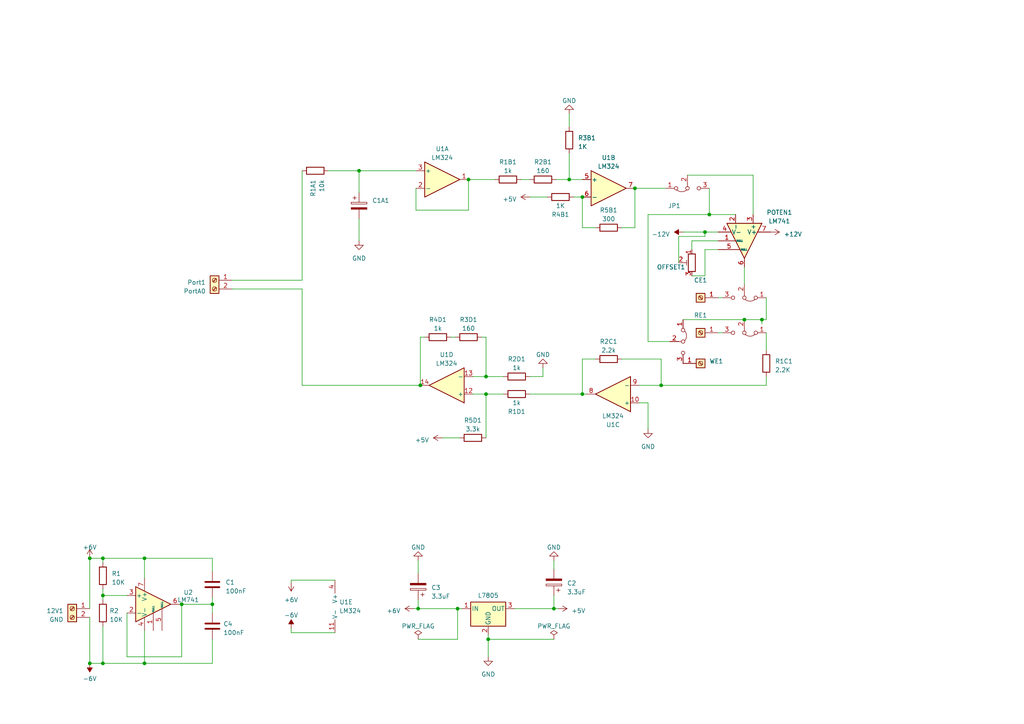
<source format=kicad_sch>
(kicad_sch (version 20230121) (generator eeschema)
  (paper "A4")
  (lib_symbols
    (symbol "Amplifier_Operational:LM324" (pin_names (offset 0.127))
      (property "Reference" "U" (at 0 5.08 0))
      (property "Value" "LM324" (at 0 -5.08 0))
      (symbol "LM324_1_1"
        (polyline (pts (xy -5.08 5.08) (xy 5.08 0) (xy -5.08 -5.08) (xy -5.08 5.08)) (stroke (width 0.254)) (fill (type background)))
        (pin output line (at 7.62 0 180) (length 2.54) (name "~") (number "1"))
        (pin input line (at -7.62 -2.54 0) (length 2.54) (name "-") (number "2"))
        (pin input line (at -7.62 2.54 0) (length 2.54) (name "+") (number "3"))
      )
      (symbol "LM324_2_1"
        (polyline (pts (xy -5.08 5.08) (xy 5.08 0) (xy -5.08 -5.08) (xy -5.08 5.08)) (stroke (width 0.254)) (fill (type background)))
        (pin input line (at -7.62 2.54 0) (length 2.54) (name "+") (number "5"))
        (pin input line (at -7.62 -2.54 0) (length 2.54) (name "-") (number "6"))
        (pin output line (at 7.62 0 180) (length 2.54) (name "~") (number "7"))
      )
      (symbol "LM324_3_1"
        (polyline (pts (xy -5.08 5.08) (xy 5.08 0) (xy -5.08 -5.08) (xy -5.08 5.08)) (stroke (width 0.254)) (fill (type background)))
        (pin input line (at -7.62 2.54 0) (length 2.54) (name "+") (number "10"))
        (pin output line (at 7.62 0 180) (length 2.54) (name "~") (number "8"))
        (pin input line (at -7.62 -2.54 0) (length 2.54) (name "-") (number "9"))
      )
      (symbol "LM324_4_1"
        (polyline (pts (xy -5.08 5.08) (xy 5.08 0) (xy -5.08 -5.08) (xy -5.08 5.08)) (stroke (width 0.254)) (fill (type background)))
        (pin input line (at -7.62 2.54 0) (length 2.54) (name "+") (number "12"))
        (pin input line (at -7.62 -2.54 0) (length 2.54) (name "-") (number "13"))
        (pin output line (at 7.62 0 180) (length 2.54) (name "~") (number "14"))
      )
      (symbol "LM324_5_1"
        (pin power_in line (at -2.54 -7.62 90) (length 3.81) (name "V-") (number "11"))
        (pin power_in line (at -2.54 7.62 270) (length 3.81) (name "V+") (number "4"))
      )
    )
    (symbol "Amplifier_Operational:LM741" (pin_names (offset 0.127))
      (property "Reference" "U" (at 0 6.35 0))
      (property "Value" "LM741" (at 0 3.81 0))
      (symbol "LM741_0_1"
        (polyline (pts (xy -5.08 5.08) (xy 5.08 0) (xy -5.08 -5.08) (xy -5.08 5.08)) (stroke (width 0.254)) (fill (type background)))
      )
      (symbol "LM741_1_1"
        (pin input line (at 0 -7.62 90) (length 5.08) (name "NULL") (number "1"))
        (pin input line (at -7.62 -2.54 0) (length 2.54) (name "-") (number "2"))
        (pin input line (at -7.62 2.54 0) (length 2.54) (name "+") (number "3"))
        (pin power_in line (at -2.54 -7.62 90) (length 3.81) (name "V-") (number "4"))
        (pin input line (at 2.54 -7.62 90) (length 6.35) (name "NULL") (number "5"))
        (pin output line (at 7.62 0 180) (length 2.54) (name "~") (number "6"))
        (pin power_in line (at -2.54 7.62 270) (length 3.81) (name "V+") (number "7"))
        (pin no_connect line (at 0 2.54 270) (length 2.54) hide (name "NC") (number "8"))
      )
    )
    (symbol "Connector:Screw_Terminal_01x01" (pin_names (offset 1.016) hide)
      (property "Reference" "J" (at 0 2.54 0))
      (property "Value" "Screw_Terminal_01x01" (at 0 -2.54 0))
      (symbol "Screw_Terminal_01x01_1_1"
        (rectangle (start -1.27 1.27) (end 1.27 -1.27) (stroke (width 0.254)) (fill (type background)))
        (polyline (pts (xy -0.5334 0.3302) (xy 0.3302 -0.508)) (stroke (width 0.1524)))
        (polyline (pts (xy -0.3556 0.508) (xy 0.508 -0.3302)) (stroke (width 0.1524)))
        (circle (center 0 0) (radius 0.635) (stroke (width 0.1524)))
        (pin passive line (at -5.08 0 0) (length 3.81) (name "Pin_1") (number "1"))
      )
    )
    (symbol "Connector:Screw_Terminal_01x02" (pin_names (offset 1.016) hide)
      (property "Reference" "J" (at 0 2.54 0))
      (property "Value" "Screw_Terminal_01x02" (at 0 -5.08 0))
      (symbol "Screw_Terminal_01x02_1_1"
        (rectangle (start -1.27 1.27) (end 1.27 -3.81) (stroke (width 0.254)) (fill (type background)))
        (circle (center 0 -2.54) (radius 0.635) (stroke (width 0.1524)))
        (polyline (pts (xy -0.5334 -2.2098) (xy 0.3302 -3.048)) (stroke (width 0.1524)))
        (polyline (pts (xy -0.5334 0.3302) (xy 0.3302 -0.508)) (stroke (width 0.1524)))
        (polyline (pts (xy -0.3556 -2.032) (xy 0.508 -2.8702)) (stroke (width 0.1524)))
        (polyline (pts (xy -0.3556 0.508) (xy 0.508 -0.3302)) (stroke (width 0.1524)))
        (circle (center 0 0) (radius 0.635) (stroke (width 0.1524)))
        (pin passive line (at -5.08 0 0) (length 3.81) (name "Pin_1") (number "1"))
        (pin passive line (at -5.08 -2.54 0) (length 3.81) (name "Pin_2") (number "2"))
      )
    )
    (symbol "Device:C" (pin_numbers hide) (pin_names (offset 0.254))
      (property "Reference" "C" (at 0.635 2.54 0))
      (property "Value" "C" (at 0.635 -2.54 0))
      (symbol "C_0_1"
        (polyline (pts (xy -2.032 -0.762) (xy 2.032 -0.762)) (stroke (width 0.508)))
        (polyline (pts (xy -2.032 0.762) (xy 2.032 0.762)) (stroke (width 0.508)))
      )
      (symbol "C_1_1"
        (pin passive line (at 0 3.81 270) (length 2.794) (name "~") (number "1"))
        (pin passive line (at 0 -3.81 90) (length 2.794) (name "~") (number "2"))
      )
    )
    (symbol "Device:C_Polarized" (pin_numbers hide) (pin_names (offset 0.254))
      (property "Reference" "C" (at 0.635 2.54 0))
      (property "Value" "C_Polarized" (at 0.635 -2.54 0))
      (symbol "C_Polarized_0_1"
        (rectangle (start -2.286 0.508) (end 2.286 1.016))
        (polyline (pts (xy -1.778 2.286) (xy -0.762 2.286)))
        (polyline (pts (xy -1.27 2.794) (xy -1.27 1.778)))
        (rectangle (start 2.286 -0.508) (end -2.286 -1.016) (fill (type outline)))
      )
      (symbol "C_Polarized_1_1"
        (pin passive line (at 0 3.81 270) (length 2.794) (name "~") (number "1"))
        (pin passive line (at 0 -3.81 90) (length 2.794) (name "~") (number "2"))
      )
    )
    (symbol "Device:R" (pin_numbers hide) (pin_names (offset 0))
      (property "Reference" "R" (at 2.032 0 90))
      (property "Value" "R" (at 0 0 90))
      (symbol "R_0_1"
        (rectangle (start -1.016 -2.54) (end 1.016 2.54) (stroke (width 0.254)))
      )
      (symbol "R_1_1"
        (pin passive line (at 0 3.81 270) (length 1.27) (name "~") (number "1"))
        (pin passive line (at 0 -3.81 90) (length 1.27) (name "~") (number "2"))
      )
    )
    (symbol "Device:R_Potentiometer_Trim" (pin_names (offset 1.016) hide)
      (property "Reference" "RV" (at -4.445 0 90))
      (property "Value" "R_Potentiometer_Trim" (at -2.54 0 90))
      (symbol "R_Potentiometer_Trim_0_1"
        (polyline (pts (xy 1.524 0.762) (xy 1.524 -0.762)))
        (polyline (pts (xy 2.54 0) (xy 1.524 0)))
        (rectangle (start 1.016 2.54) (end -1.016 -2.54) (stroke (width 0.254)))
      )
      (symbol "R_Potentiometer_Trim_1_1"
        (pin passive line (at 0 3.81 270) (length 1.27) (name "1") (number "1"))
        (pin passive line (at 3.81 0 180) (length 1.27) (name "2") (number "2"))
        (pin passive line (at 0 -3.81 90) (length 1.27) (name "3") (number "3"))
      )
    )
    (symbol "Jumper:Jumper_3_Bridged12" (pin_names (offset 0) hide)
      (property "Reference" "JP" (at -2.54 -2.54 0))
      (property "Value" "Jumper_3_Bridged12" (at 0 2.794 0))
      (symbol "Jumper_3_Bridged12_0_0"
        (circle (center -3.302 0) (radius 0.508))
        (circle (center 0 0) (radius 0.508))
        (circle (center 3.302 0) (radius 0.508))
      )
      (symbol "Jumper_3_Bridged12_0_1"
        (arc (start -0.254 0.508) (mid -1.651 0.9912) (end -3.048 0.508))
        (polyline (pts (xy 0 -1.27) (xy 0 -0.508)))
      )
      (symbol "Jumper_3_Bridged12_1_1"
        (pin passive line (at -6.35 0 0) (length 2.54) (name "A") (number "1"))
        (pin passive line (at 0 -3.81 90) (length 2.54) (name "C") (number "2"))
        (pin passive line (at 6.35 0 180) (length 2.54) (name "B") (number "3"))
      )
    )
    (symbol "Regulator_Linear:L7805" (pin_names (offset 0.254))
      (property "Reference" "U" (at -3.81 3.175 0))
      (property "Value" "L7805" (at 0 3.175 0))
      (symbol "L7805_0_1"
        (rectangle (start -5.08 1.905) (end 5.08 -5.08) (stroke (width 0.254)) (fill (type background)))
      )
      (symbol "L7805_1_1"
        (pin power_in line (at -7.62 0 0) (length 2.54) (name "IN") (number "1"))
        (pin power_in line (at 0 -7.62 90) (length 2.54) (name "GND") (number "2"))
        (pin power_out line (at 7.62 0 180) (length 2.54) (name "OUT") (number "3"))
      )
    )
    (symbol "power:+12V" (power) (pin_names (offset 0))
      (property "Value" "+12V" (at 0 3.556 0))
      (symbol "+12V_0_1"
        (polyline (pts (xy -0.762 1.27) (xy 0 2.54)))
        (polyline (pts (xy 0 0) (xy 0 2.54)))
        (polyline (pts (xy 0 2.54) (xy 0.762 1.27)))
      )
      (symbol "+12V_1_1"
        (pin power_in line (at 0 0 90) (length 0) hide (name "+12V") (number "1"))
      )
    )
    (symbol "power:+5V" (power) (pin_names (offset 0))
      (property "Value" "+5V" (at 0 3.556 0))
      (symbol "+5V_0_1"
        (polyline (pts (xy -0.762 1.27) (xy 0 2.54)))
        (polyline (pts (xy 0 0) (xy 0 2.54)))
        (polyline (pts (xy 0 2.54) (xy 0.762 1.27)))
      )
      (symbol "+5V_1_1"
        (pin power_in line (at 0 0 90) (length 0) hide (name "+5V") (number "1"))
      )
    )
    (symbol "power:+6V" (power) (pin_names (offset 0))
      (property "Value" "+6V" (at 0 3.556 0))
      (symbol "+6V_0_1"
        (polyline (pts (xy -0.762 1.27) (xy 0 2.54)))
        (polyline (pts (xy 0 0) (xy 0 2.54)))
        (polyline (pts (xy 0 2.54) (xy 0.762 1.27)))
      )
      (symbol "+6V_1_1"
        (pin power_in line (at 0 0 90) (length 0) hide (name "+6V") (number "1"))
      )
    )
    (symbol "power:-12V" (power) (pin_names (offset 0))
      (property "Value" "-12V" (at 0 3.81 0))
      (symbol "-12V_0_0"
        (pin power_in line (at 0 0 90) (length 0) hide (name "-12V") (number "1"))
      )
      (symbol "-12V_0_1"
        (polyline (pts (xy 0 0) (xy 0 1.27) (xy 0.762 1.27) (xy 0 2.54) (xy -0.762 1.27) (xy 0 1.27)) (fill (type outline)))
      )
    )
    (symbol "power:-6V" (power) (pin_names (offset 0))
      (property "Value" "-6V" (at 0 3.81 0))
      (symbol "-6V_0_0"
        (pin power_in line (at 0 0 90) (length 0) hide (name "-6V") (number "1"))
      )
      (symbol "-6V_0_1"
        (polyline (pts (xy 0 0) (xy 0 1.27) (xy 0.762 1.27) (xy 0 2.54) (xy -0.762 1.27) (xy 0 1.27)) (fill (type outline)))
      )
    )
    (symbol "power:GND" (power) (pin_names (offset 0))
      (property "Value" "GND" (at 0 -3.81 0))
      (symbol "GND_0_1"
        (polyline (pts (xy 0 0) (xy 0 -1.27) (xy 1.27 -1.27) (xy 0 -2.54) (xy -1.27 -1.27) (xy 0 -1.27)))
      )
      (symbol "GND_1_1"
        (pin power_in line (at 0 0 270) (length 0) hide (name "GND") (number "1"))
      )
    )
    (symbol "power:PWR_FLAG" (power) (pin_numbers hide) (pin_names (offset 0) hide)
      (property "Value" "PWR_FLAG" (at 0 3.81 0))
      (symbol "PWR_FLAG_0_0"
        (pin power_out line (at 0 0 90) (length 0) (name "pwr") (number "1"))
      )
      (symbol "PWR_FLAG_0_1"
        (polyline (pts (xy 0 0) (xy 0 1.27) (xy -1.016 1.905) (xy 0 2.54) (xy 1.016 1.905) (xy 0 1.27)))
      )
    )
  )
  (junction (at 26.035 192.405))
  (junction (at 29.845 161.925))
  (junction (at 41.91 161.925))
  (junction (at 61.595 175.26))
  (junction (at 41.91 192.405))
  (junction (at 165.1 52.07))
  (junction (at 184.15 54.61))
  (junction (at 191.77 111.76))
  (junction (at 168.91 57.15))
  (junction (at 215.9 92.71))
  (junction (at 29.845 172.72))
  (junction (at 140.97 109.22))
  (junction (at 104.14 49.53))
  (junction (at 205.74 62.23))
  (junction (at 121.285 176.53))
  (junction (at 141.605 185.42))
  (junction (at 132.715 176.53))
  (junction (at 52.705 175.26))
  (junction (at 220.98 92.71))
  (junction (at 168.91 114.3))
  (junction (at 160.655 176.53))
  (junction (at 135.89 52.07))
  (junction (at 140.97 114.3))
  (junction (at 121.92 111.76))
  (junction (at 29.845 192.405))
  (junction (at 26.035 161.925))
  (junction (at 204.47 67.31))
  (wire (pts (xy 120.015 176.53) (xy 121.285 176.53)))
  (wire (pts (xy 200.66 69.85) (xy 200.66 72.39)))
  (wire (pts (xy 137.16 114.3) (xy 140.97 114.3)))
  (wire (pts (xy 41.91 182.88) (xy 41.91 192.405)))
  (wire (pts (xy 222.25 96.52) (xy 222.25 101.6)))
  (wire (pts (xy 191.77 111.76) (xy 222.25 111.76)))
  (wire (pts (xy 168.91 104.14) (xy 172.72 104.14)))
  (wire (pts (xy 141.605 185.42) (xy 160.655 185.42)))
  (wire (pts (xy 120.65 60.96) (xy 120.65 54.61)))
  (wire (pts (xy 121.92 97.79) (xy 121.92 111.76)))
  (wire (pts (xy 168.91 57.15) (xy 168.91 66.04)))
  (wire (pts (xy 26.035 192.405) (xy 29.845 192.405)))
  (wire (pts (xy 135.89 52.07) (xy 143.51 52.07)))
  (wire (pts (xy 29.845 181.61) (xy 29.845 192.405)))
  (wire (pts (xy 61.595 173.355) (xy 61.595 175.26)))
  (wire (pts (xy 165.1 44.45) (xy 165.1 52.07)))
  (wire (pts (xy 185.42 111.76) (xy 191.77 111.76)))
  (wire (pts (xy 41.91 161.925) (xy 41.91 167.64)))
  (wire (pts (xy 52.705 175.26) (xy 52.705 190.5)))
  (wire (pts (xy 104.14 49.53) (xy 120.65 49.53)))
  (wire (pts (xy 29.845 161.925) (xy 41.91 161.925)))
  (wire (pts (xy 52.705 190.5) (xy 36.83 190.5)))
  (wire (pts (xy 187.96 62.23) (xy 205.74 62.23)))
  (wire (pts (xy 160.655 176.53) (xy 161.925 176.53)))
  (wire (pts (xy 84.455 182.245) (xy 84.455 183.515)))
  (wire (pts (xy 97.155 183.515) (xy 84.455 183.515)))
  (wire (pts (xy 220.98 93.98) (xy 220.98 92.71)))
  (wire (pts (xy 29.845 163.195) (xy 29.845 161.925)))
  (wire (pts (xy 67.31 83.82) (xy 87.63 83.82)))
  (wire (pts (xy 198.12 67.31) (xy 204.47 67.31)))
  (wire (pts (xy 204.47 68.58) (xy 204.47 67.31)))
  (wire (pts (xy 61.595 185.42) (xy 61.595 192.405)))
  (wire (pts (xy 139.7 97.79) (xy 140.97 97.79)))
  (wire (pts (xy 140.97 114.3) (xy 140.97 127)))
  (wire (pts (xy 160.655 162.56) (xy 160.655 165.1)))
  (wire (pts (xy 52.07 175.26) (xy 52.705 175.26)))
  (wire (pts (xy 209.55 86.36) (xy 208.28 86.36)))
  (wire (pts (xy 157.48 109.22) (xy 157.48 106.68)))
  (wire (pts (xy 104.14 55.88) (xy 104.14 49.53)))
  (wire (pts (xy 140.97 109.22) (xy 137.16 109.22)))
  (wire (pts (xy 121.285 162.56) (xy 121.285 166.37)))
  (wire (pts (xy 36.83 172.72) (xy 29.845 172.72)))
  (wire (pts (xy 199.39 50.8) (xy 218.44 50.8)))
  (wire (pts (xy 41.91 192.405) (xy 61.595 192.405)))
  (wire (pts (xy 128.27 127) (xy 133.35 127)))
  (wire (pts (xy 168.91 114.3) (xy 168.91 104.14)))
  (wire (pts (xy 184.15 54.61) (xy 184.15 66.04)))
  (wire (pts (xy 151.13 52.07) (xy 153.67 52.07)))
  (wire (pts (xy 141.605 185.42) (xy 141.605 190.5)))
  (wire (pts (xy 67.31 81.28) (xy 87.63 81.28)))
  (wire (pts (xy 215.9 77.47) (xy 215.9 82.55)))
  (wire (pts (xy 200.66 69.85) (xy 208.28 69.85)))
  (wire (pts (xy 153.67 114.3) (xy 168.91 114.3)))
  (wire (pts (xy 153.67 57.15) (xy 158.75 57.15)))
  (wire (pts (xy 121.285 176.53) (xy 121.285 173.99)))
  (wire (pts (xy 95.25 49.53) (xy 104.14 49.53)))
  (wire (pts (xy 29.845 172.72) (xy 29.845 173.99)))
  (wire (pts (xy 160.655 176.53) (xy 160.655 172.72)))
  (wire (pts (xy 141.605 184.15) (xy 141.605 185.42)))
  (wire (pts (xy 41.91 192.405) (xy 29.845 192.405)))
  (wire (pts (xy 29.845 161.925) (xy 26.035 161.925)))
  (wire (pts (xy 213.36 62.23) (xy 205.74 62.23)))
  (wire (pts (xy 185.42 116.84) (xy 187.96 116.84)))
  (wire (pts (xy 215.9 92.71) (xy 220.98 92.71)))
  (wire (pts (xy 200.66 80.01) (xy 204.47 80.01)))
  (wire (pts (xy 84.455 168.91) (xy 84.455 168.275)))
  (wire (pts (xy 205.74 54.61) (xy 205.74 62.23)))
  (wire (pts (xy 187.96 116.84) (xy 187.96 124.46)))
  (wire (pts (xy 196.85 68.58) (xy 204.47 68.58)))
  (wire (pts (xy 36.83 190.5) (xy 36.83 177.8)))
  (wire (pts (xy 87.63 81.28) (xy 87.63 49.53)))
  (wire (pts (xy 26.035 161.925) (xy 26.035 176.53)))
  (wire (pts (xy 222.25 92.71) (xy 220.98 92.71)))
  (wire (pts (xy 184.15 66.04) (xy 180.34 66.04)))
  (wire (pts (xy 222.25 86.36) (xy 222.25 92.71)))
  (wire (pts (xy 165.1 33.02) (xy 165.1 36.83)))
  (wire (pts (xy 187.96 62.23) (xy 187.96 99.06)))
  (wire (pts (xy 218.44 50.8) (xy 218.44 62.23)))
  (wire (pts (xy 121.285 185.42) (xy 132.715 185.42)))
  (wire (pts (xy 168.91 66.04) (xy 172.72 66.04)))
  (wire (pts (xy 196.85 76.2) (xy 196.85 68.58)))
  (wire (pts (xy 140.97 114.3) (xy 146.05 114.3)))
  (wire (pts (xy 120.65 60.96) (xy 135.89 60.96)))
  (wire (pts (xy 161.29 52.07) (xy 165.1 52.07)))
  (wire (pts (xy 140.97 109.22) (xy 146.05 109.22)))
  (wire (pts (xy 84.455 168.275) (xy 97.155 168.275)))
  (wire (pts (xy 204.47 80.01) (xy 204.47 72.39)))
  (wire (pts (xy 204.47 67.31) (xy 208.28 67.31)))
  (wire (pts (xy 166.37 57.15) (xy 168.91 57.15)))
  (wire (pts (xy 149.225 176.53) (xy 160.655 176.53)))
  (wire (pts (xy 187.96 99.06) (xy 194.31 99.06)))
  (wire (pts (xy 191.77 104.14) (xy 191.77 111.76)))
  (wire (pts (xy 140.97 97.79) (xy 140.97 109.22)))
  (wire (pts (xy 193.04 54.61) (xy 184.15 54.61)))
  (wire (pts (xy 61.595 175.26) (xy 61.595 177.8)))
  (wire (pts (xy 222.25 111.76) (xy 222.25 109.22)))
  (wire (pts (xy 41.91 161.925) (xy 61.595 161.925)))
  (wire (pts (xy 153.67 109.22) (xy 157.48 109.22)))
  (wire (pts (xy 87.63 111.76) (xy 121.92 111.76)))
  (wire (pts (xy 121.92 97.79) (xy 123.19 97.79)))
  (wire (pts (xy 132.715 185.42) (xy 132.715 176.53)))
  (wire (pts (xy 52.705 175.26) (xy 61.595 175.26)))
  (wire (pts (xy 198.12 92.71) (xy 215.9 92.71)))
  (wire (pts (xy 61.595 161.925) (xy 61.595 165.735)))
  (wire (pts (xy 130.81 97.79) (xy 132.08 97.79)))
  (wire (pts (xy 26.035 179.07) (xy 26.035 192.405)))
  (wire (pts (xy 29.845 170.815) (xy 29.845 172.72)))
  (wire (pts (xy 209.55 96.52) (xy 208.28 96.52)))
  (wire (pts (xy 170.18 114.3) (xy 168.91 114.3)))
  (wire (pts (xy 104.14 63.5) (xy 104.14 69.85)))
  (wire (pts (xy 135.89 60.96) (xy 135.89 52.07)))
  (wire (pts (xy 180.34 104.14) (xy 191.77 104.14)))
  (wire (pts (xy 204.47 72.39) (xy 208.28 72.39)))
  (wire (pts (xy 133.985 176.53) (xy 132.715 176.53)))
  (wire (pts (xy 165.1 52.07) (xy 168.91 52.07)))
  (wire (pts (xy 132.715 176.53) (xy 121.285 176.53)))
  (wire (pts (xy 87.63 111.76) (xy 87.63 83.82)))
  (symbol (lib_id "Amplifier_Operational:LM324") (at 129.54 111.76 180) (unit 4)
    (property "Reference" "U1" (at 129.54 102.87 0))
    (property "Value" "LM324" (at 129.54 105.41 0))
    (property "Footprint" "Package_DIP:DIP-14_W7.62mm_LongPads" (effects hide))
    (property "Datasheet" "http://www.ti.com/lit/ds/symlink/lm2902-n.pdf" (effects hide))
  )
  (symbol (lib_id "power:GND") (at 121.285 162.56 180) (unit 1)
    (property "Reference" "#PWR010" (effects hide))
    (property "Value" "GND" (at 121.285 158.75 0))
  )
  (symbol (lib_id "Device:R") (at 176.53 66.04 270) (unit 1)
    (property "Reference" "R5B1" (at 176.53 60.96 90))
    (property "Value" "300" (at 176.53 63.5 90))
    (property "Footprint" "Resistor_THT:R_Axial_DIN0207_L6.3mm_D2.5mm_P10.16mm_Horizontal" (effects hide))
  )
  (symbol (lib_id "Device:C_Polarized") (at 160.655 168.91 180) (unit 1)
    (property "Reference" "C2" (at 164.465 169.164 0) (effects (justify right)))
    (property "Value" "3.3uF" (at 164.465 171.704 0) (effects (justify right)))
    (property "Footprint" "Capacitor_THT:CP_Radial_D7.5mm_P2.50mm" (effects hide))
  )
  (symbol (lib_id "power:+5V") (at 161.925 176.53 270) (unit 1)
    (property "Reference" "#PWR013" (effects hide))
    (property "Value" "+5V" (at 165.735 177.165 90) (effects (justify left)))
  )
  (symbol (lib_id "Jumper:Jumper_3_Bridged12") (at 215.9 86.36 180) (unit 1)
    (property "Reference" "JP2" (effects hide))
    (property "Value" "Jumper_3_Bridged12" (effects hide))
    (property "Footprint" "Connector_PinHeader_2.54mm:PinHeader_1x03_P2.54mm_Vertical" (effects hide))
  )
  (symbol (lib_id "Connector:Screw_Terminal_01x01") (at 203.2 96.52 180) (unit 1)
    (property "Reference" "RE1" (at 203.2 91.44 0))
    (property "Value" "Screw_Terminal_01x01" (effects hide))
    (property "Footprint" "Connector_PinSocket_2.54mm:PinSocket_1x02_P2.54mm_Vertical" (effects hide))
  )
  (symbol (lib_id "power:GND") (at 165.1 33.02 180) (unit 1)
    (property "Reference" "#PWR01" (effects hide))
    (property "Value" "GND" (at 165.1 29.21 0))
  )
  (symbol (lib_id "power:-12V") (at 198.12 67.31 90) (unit 1)
    (property "Reference" "#PWR03" (effects hide))
    (property "Value" "-12V" (at 194.31 67.945 90) (effects (justify left)))
  )
  (symbol (lib_id "power:+5V") (at 128.27 127 90) (unit 1)
    (property "Reference" "#PWR08" (effects hide))
    (property "Value" "+5V" (at 124.46 127.635 90) (effects (justify left)))
  )
  (symbol (lib_id "Regulator_Linear:L7805") (at 141.605 176.53 0) (unit 1)
    (property "Reference" "U3" (effects hide))
    (property "Value" "L7805" (at 141.605 172.72 0))
    (property "Footprint" "Package_TO_SOT_THT:TO-220-3_Vertical" (effects hide))
    (property "Datasheet" "http://www.st.com/content/ccc/resource/technical/document/datasheet/41/4f/b3/b0/12/d4/47/88/CD00000444.pdf/files/CD00000444.pdf/jcr:content/translations/en.CD00000444.pdf" (effects hide))
  )
  (symbol (lib_id "power:PWR_FLAG") (at 160.655 185.42 0) (unit 1)
    (property "Reference" "#FLG02" (effects hide))
    (property "Value" "PWR_FLAG" (at 160.655 181.61 0))
  )
  (symbol (lib_id "Device:R") (at 222.25 105.41 0) (unit 1)
    (property "Reference" "R1C1" (at 224.79 104.775 0) (effects (justify left)))
    (property "Value" "2.2K" (at 224.79 107.315 0) (effects (justify left)))
    (property "Footprint" "Resistor_THT:R_Axial_DIN0207_L6.3mm_D2.5mm_P10.16mm_Horizontal" (effects hide))
  )
  (symbol (lib_id "Amplifier_Operational:LM741") (at 215.9 69.85 270) (unit 1)
    (property "Reference" "POTEN1" (at 226.06 61.6203 90))
    (property "Value" "LM741" (at 226.06 64.1603 90))
    (property "Footprint" "Potentiometer_THT:Potentiometer_Bourns_3296W_Vertical" (effects hide))
    (property "Datasheet" "http://www.ti.com/lit/ds/symlink/lm741.pdf" (effects hide))
  )
  (symbol (lib_id "Device:R") (at 137.16 127 270) (unit 1)
    (property "Reference" "R5D1" (at 137.16 121.92 90))
    (property "Value" "3.3k" (at 137.16 124.46 90))
    (property "Footprint" "Resistor_THT:R_Axial_DIN0207_L6.3mm_D2.5mm_P10.16mm_Horizontal" (effects hide))
  )
  (symbol (lib_id "Connector:Screw_Terminal_01x01") (at 203.2 86.36 180) (unit 1)
    (property "Reference" "CE1" (at 203.2 81.28 0))
    (property "Value" "Screw_Terminal_01x01" (effects hide))
    (property "Footprint" "Connector_PinSocket_2.54mm:PinSocket_1x02_P2.54mm_Vertical" (effects hide))
  )
  (symbol (lib_id "Device:R") (at 149.86 109.22 270) (unit 1)
    (property "Reference" "R2D1" (at 149.86 104.14 90))
    (property "Value" "1k" (at 149.86 106.68 90))
    (property "Footprint" "Resistor_THT:R_Axial_DIN0207_L6.3mm_D2.5mm_P10.16mm_Horizontal" (effects hide))
  )
  (symbol (lib_id "power:GND") (at 141.605 190.5 0) (unit 1)
    (property "Reference" "#PWR015" (effects hide))
    (property "Value" "GND" (at 141.605 195.58 0))
  )
  (symbol (lib_id "power:GND") (at 157.48 106.68 180) (unit 1)
    (property "Reference" "#PWR06" (effects hide))
    (property "Value" "GND" (at 157.48 102.87 0))
  )
  (symbol (lib_id "Amplifier_Operational:LM741") (at 44.45 175.26 0) (unit 1)
    (property "Reference" "U2" (at 54.61 171.8311 0))
    (property "Value" "LM741" (at 54.61 173.99 0))
    (property "Footprint" "DIP-8_W7.62mm_LongPads" (effects hide))
    (property "Datasheet" "http://www.ti.com/lit/ds/symlink/lm741.pdf" (effects hide))
  )
  (symbol (lib_id "Device:R") (at 149.86 114.3 270) (mirror x) (unit 1)
    (property "Reference" "R1D1" (at 149.86 119.38 90))
    (property "Value" "1k" (at 149.86 116.84 90))
    (property "Footprint" "Resistor_THT:R_Axial_DIN0207_L6.3mm_D2.5mm_P10.16mm_Horizontal" (effects hide))
  )
  (symbol (lib_id "Device:R") (at 135.89 97.79 90) (unit 1)
    (property "Reference" "R3D1" (at 135.89 92.71 90))
    (property "Value" "160" (at 135.89 95.25 90))
    (property "Footprint" "Resistor_THT:R_Axial_DIN0207_L6.3mm_D2.5mm_P10.16mm_Horizontal" (effects hide))
  )
  (symbol (lib_id "Device:R") (at 176.53 104.14 270) (unit 1)
    (property "Reference" "R2C1" (at 176.53 99.06 90))
    (property "Value" "2.2k" (at 176.53 101.6 90))
    (property "Footprint" "Resistor_THT:R_Axial_DIN0207_L6.3mm_D2.5mm_P10.16mm_Horizontal" (effects hide))
  )
  (symbol (lib_id "power:GND") (at 160.655 162.56 180) (unit 1)
    (property "Reference" "#PWR011" (effects hide))
    (property "Value" "GND" (at 160.655 158.75 0))
  )
  (symbol (lib_id "Amplifier_Operational:LM324") (at 177.8 114.3 180) (unit 3)
    (property "Reference" "U1" (at 177.8 123.19 0))
    (property "Value" "LM324" (at 177.8 120.65 0))
    (property "Footprint" "Package_DIP:DIP-14_W7.62mm_LongPads" (effects hide))
    (property "Datasheet" "http://www.ti.com/lit/ds/symlink/lm2902-n.pdf" (effects hide))
  )
  (symbol (lib_id "Device:R") (at 29.845 177.8 0) (unit 1)
    (property "Reference" "R2" (at 31.75 177.165 0) (effects (justify left)))
    (property "Value" "10K" (at 31.75 179.705 0) (effects (justify left)))
  )
  (symbol (lib_id "Device:C") (at 61.595 169.545 0) (unit 1)
    (property "Reference" "C1" (at 65.405 168.91 0) (effects (justify left)))
    (property "Value" "100nF" (at 65.405 171.45 0) (effects (justify left)))
  )
  (symbol (lib_id "Amplifier_Operational:LM324") (at 99.695 175.895 0) (unit 5)
    (property "Reference" "U1" (at 98.425 174.625 0) (effects (justify left)))
    (property "Value" "LM324" (at 98.425 177.165 0) (effects (justify left)))
    (property "Footprint" "Package_DIP:DIP-14_W7.62mm_LongPads" (effects hide))
    (property "Datasheet" "http://www.ti.com/lit/ds/symlink/lm2902-n.pdf" (effects hide))
  )
  (symbol (lib_id "Device:R") (at 91.44 49.53 90) (mirror x) (unit 1)
    (property "Reference" "R1A1" (at 90.805 52.07 0) (effects (justify left)))
    (property "Value" "10k" (at 93.345 52.07 0) (effects (justify left)))
    (property "Footprint" "Resistor_THT:R_Axial_DIN0207_L6.3mm_D2.5mm_P10.16mm_Horizontal" (effects hide))
  )
  (symbol (lib_id "power:GND") (at 187.96 124.46 0) (unit 1)
    (property "Reference" "#PWR07" (effects hide))
    (property "Value" "GND" (at 187.96 129.54 0))
  )
  (symbol (lib_id "Jumper:Jumper_3_Bridged12") (at 199.39 54.61 0) (mirror x) (unit 1)
    (property "Reference" "JP1" (at 195.58 59.69 0))
    (property "Value" "Jumper_3_Bridged12" (effects hide))
    (property "Footprint" "Connector_PinHeader_2.54mm:PinHeader_1x03_P2.54mm_Vertical" (effects hide))
  )
  (symbol (lib_id "Device:R") (at 29.845 167.005 0) (unit 1)
    (property "Reference" "R1" (at 32.385 166.37 0) (effects (justify left)))
    (property "Value" "10K" (at 32.385 168.91 0) (effects (justify left)))
  )
  (symbol (lib_id "Jumper:Jumper_3_Bridged12") (at 215.9 96.52 180) (unit 1)
    (property "Reference" "JP3" (effects hide))
    (property "Value" "Jumper_3_Bridged12" (effects hide))
    (property "Footprint" "Connector_PinHeader_2.54mm:PinHeader_1x03_P2.54mm_Vertical" (effects hide))
  )
  (symbol (lib_id "Connector:Screw_Terminal_01x01") (at 203.2 105.41 0) (unit 1)
    (property "Reference" "WE1" (at 205.74 104.775 0) (effects (justify left)))
    (property "Value" "Screw_Terminal_01x01" (effects hide))
    (property "Footprint" "Connector_PinSocket_2.54mm:PinSocket_1x02_P2.54mm_Vertical" (effects hide))
  )
  (symbol (lib_id "Connector:Screw_Terminal_01x02") (at 20.955 176.53 0) (mirror y) (unit 1)
    (property "Reference" "12V1" (at 18.415 177.165 0) (effects (justify left)))
    (property "Value" "GND" (at 18.415 179.705 0) (effects (justify left)))
    (property "Footprint" "Connector_PinSocket_2.54mm:PinSocket_1x02_P2.54mm_Vertical" (effects hide))
  )
  (symbol (lib_id "power:+6V") (at 120.015 176.53 90) (unit 1)
    (property "Reference" "#PWR012" (effects hide))
    (property "Value" "+6V" (at 116.205 177.165 90) (effects (justify left)))
  )
  (symbol (lib_id "Device:R") (at 147.32 52.07 90) (unit 1)
    (property "Reference" "R1B1" (at 147.32 46.99 90))
    (property "Value" "1k" (at 147.32 49.53 90))
    (property "Footprint" "Resistor_THT:R_Axial_DIN0207_L6.3mm_D2.5mm_P10.16mm_Horizontal" (effects hide))
  )
  (symbol (lib_id "Device:C") (at 61.595 181.61 0) (unit 1)
    (property "Reference" "C4" (at 64.77 180.975 0) (effects (justify left)))
    (property "Value" "100nF" (at 64.77 183.515 0) (effects (justify left)))
  )
  (symbol (lib_id "power:-6V") (at 84.455 182.245 0) (unit 1)
    (property "Reference" "#PWR017" (effects hide))
    (property "Value" "-6V" (at 84.455 178.435 0))
  )
  (symbol (lib_id "Device:R") (at 157.48 52.07 90) (unit 1)
    (property "Reference" "R2B1" (at 157.48 46.99 90))
    (property "Value" "160" (at 157.48 49.53 90))
    (property "Footprint" "Resistor_THT:R_Axial_DIN0207_L6.3mm_D2.5mm_P10.16mm_Horizontal" (effects hide))
  )
  (symbol (lib_id "Device:R") (at 162.56 57.15 90) (mirror x) (unit 1)
    (property "Reference" "R4B1" (at 162.56 62.23 90))
    (property "Value" "1K" (at 162.56 59.69 90))
    (property "Footprint" "Resistor_THT:R_Axial_DIN0207_L6.3mm_D2.5mm_P10.16mm_Horizontal" (effects hide))
  )
  (symbol (lib_id "Device:C_Polarized") (at 121.285 170.18 180) (unit 1)
    (property "Reference" "C3" (at 125.095 170.434 0) (effects (justify right)))
    (property "Value" "3.3uF" (at 125.095 172.974 0) (effects (justify right)))
    (property "Footprint" "Capacitor_THT:CP_Radial_D7.5mm_P2.50mm" (effects hide))
  )
  (symbol (lib_id "power:PWR_FLAG") (at 121.285 185.42 0) (unit 1)
    (property "Reference" "#FLG01" (effects hide))
    (property "Value" "PWR_FLAG" (at 121.285 181.61 0))
  )
  (symbol (lib_id "power:GND") (at 104.14 69.85 0) (unit 1)
    (property "Reference" "#PWR05" (effects hide))
    (property "Value" "GND" (at 104.14 74.93 0))
  )
  (symbol (lib_id "Device:C_Polarized") (at 104.14 59.69 0) (unit 1)
    (property "Reference" "C1A1" (at 107.95 58.166 0) (effects (justify left)))
    (property "Value" "470nF" (effects hide))
    (property "Footprint" "Capacitor_THT:CP_Radial_D8.0mm_P5.00mm" (effects hide))
  )
  (symbol (lib_id "Connector:Screw_Terminal_01x02") (at 62.23 81.28 0) (mirror y) (unit 1)
    (property "Reference" "Port1" (at 59.69 81.915 0) (effects (justify left)))
    (property "Value" "PortA0" (at 59.69 84.455 0) (effects (justify left)))
    (property "Footprint" "Connector_PinSocket_2.54mm:PinSocket_1x02_P2.54mm_Vertical" (effects hide))
  )
  (symbol (lib_id "Jumper:Jumper_3_Bridged12") (at 198.12 99.06 270) (unit 1)
    (property "Reference" "JP4" (effects hide))
    (property "Value" "Jumper_3_Bridged12" (effects hide))
    (property "Footprint" "Connector_PinHeader_2.54mm:PinHeader_1x03_P2.54mm_Vertical" (effects hide))
  )
  (symbol (lib_id "power:+6V") (at 26.035 161.925 0) (unit 1)
    (property "Reference" "#PWR09" (effects hide))
    (property "Value" "+6V" (at 26.035 158.75 0))
  )
  (symbol (lib_id "power:+5V") (at 153.67 57.15 90) (unit 1)
    (property "Reference" "#PWR02" (effects hide))
    (property "Value" "+5V" (at 149.86 57.785 90) (effects (justify left)))
  )
  (symbol (lib_id "Device:R") (at 165.1 40.64 0) (unit 1)
    (property "Reference" "R3B1" (at 167.64 40.005 0) (effects (justify left)))
    (property "Value" "1K" (at 167.64 42.545 0) (effects (justify left)))
    (property "Footprint" "Resistor_THT:R_Axial_DIN0207_L6.3mm_D2.5mm_P10.16mm_Horizontal" (effects hide))
  )
  (symbol (lib_id "Amplifier_Operational:LM324") (at 128.27 52.07 0) (unit 1)
    (property "Reference" "U1" (at 128.27 43.18 0))
    (property "Value" "LM324" (at 128.27 45.72 0))
    (property "Footprint" "Package_DIP:DIP-14_W7.62mm_LongPads" (effects hide))
    (property "Datasheet" "http://www.ti.com/lit/ds/symlink/lm2902-n.pdf" (effects hide))
  )
  (symbol (lib_id "Amplifier_Operational:LM324") (at 176.53 54.61 0) (unit 2)
    (property "Reference" "U1" (at 176.53 45.72 0))
    (property "Value" "LM324" (at 176.53 48.26 0))
    (property "Footprint" "Package_DIP:DIP-14_W7.62mm_LongPads" (effects hide))
    (property "Datasheet" "http://www.ti.com/lit/ds/symlink/lm2902-n.pdf" (effects hide))
  )
  (symbol (lib_id "power:+6V") (at 84.455 168.91 180) (unit 1)
    (property "Reference" "#PWR016" (effects hide))
    (property "Value" "+6V" (at 84.455 173.99 0))
  )
  (symbol (lib_id "Device:R") (at 127 97.79 270) (unit 1)
    (property "Reference" "R4D1" (at 127 92.71 90))
    (property "Value" "1k" (at 127 95.25 90))
    (property "Footprint" "Resistor_THT:R_Axial_DIN0207_L6.3mm_D2.5mm_P10.16mm_Horizontal" (effects hide))
  )
  (symbol (lib_id "power:+12V") (at 223.52 67.31 270) (unit 1)
    (property "Reference" "#PWR04" (effects hide))
    (property "Value" "+12V" (at 227.33 67.945 90) (effects (justify left)))
  )
  (symbol (lib_id "Device:R_Potentiometer_Trim") (at 200.66 76.2 0) (mirror y) (unit 1)
    (property "Reference" "OFFSET1" (at 190.5 77.47 0) (effects (justify right)))
    (property "Value" "R_Potentiometer_Trim" (effects hide))
    (property "Footprint" "Potentiometer_THT:Potentiometer_ACP_CA14V-15_Vertical" (effects hide))
  )
  (symbol (lib_id "power:-6V") (at 26.035 192.405 180) (unit 1)
    (property "Reference" "#PWR014" (effects hide))
    (property "Value" "-6V" (at 26.035 196.85 0))
  )
)
</source>
